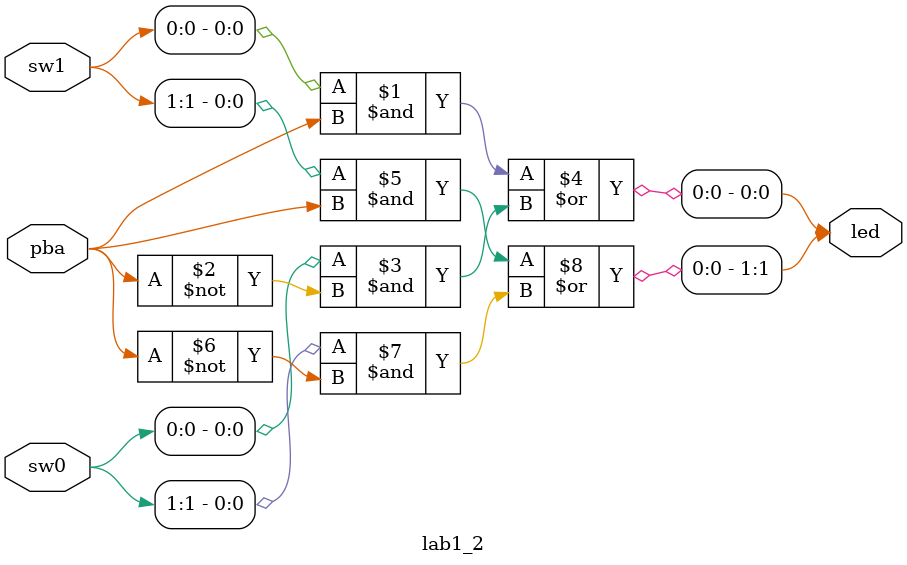
<source format=sv>
module lab1_2
(	input [1:0] sw1, sw0,
	input pba,
	output [1:0] led);
	
assign led[0] = (sw1[0] & pba) | (sw0[0] & ~pba);
assign led[1] = (sw1[1] & pba) | (sw0[1] & ~pba);

endmodule
</source>
